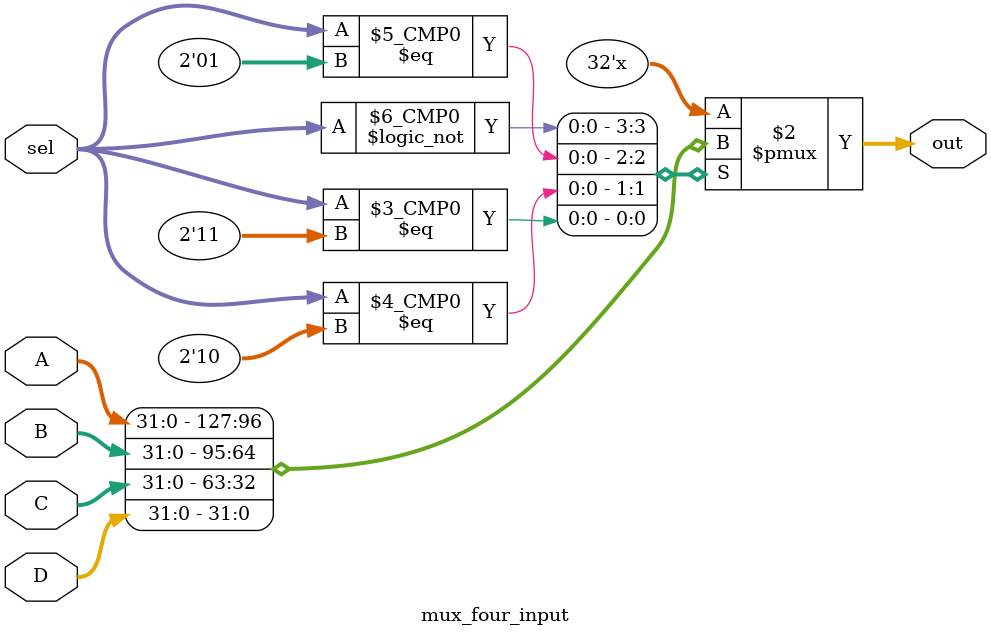
<source format=sv>
module mux_four_input(A,B,C,D,sel, out);
    input [31:0] A,B,C,D;
    input [1:0] sel;
    output [31:0] out;
    reg [31:0] out;
    always @(A,B,C,D, sel) begin
        out = A;
        case (sel)
            2'b00: out = A;
            2'b01: out = B;
            2'b10: out = C;
            2'b11: out = D;
            default: out = A;
        endcase
    end
endmodule
</source>
